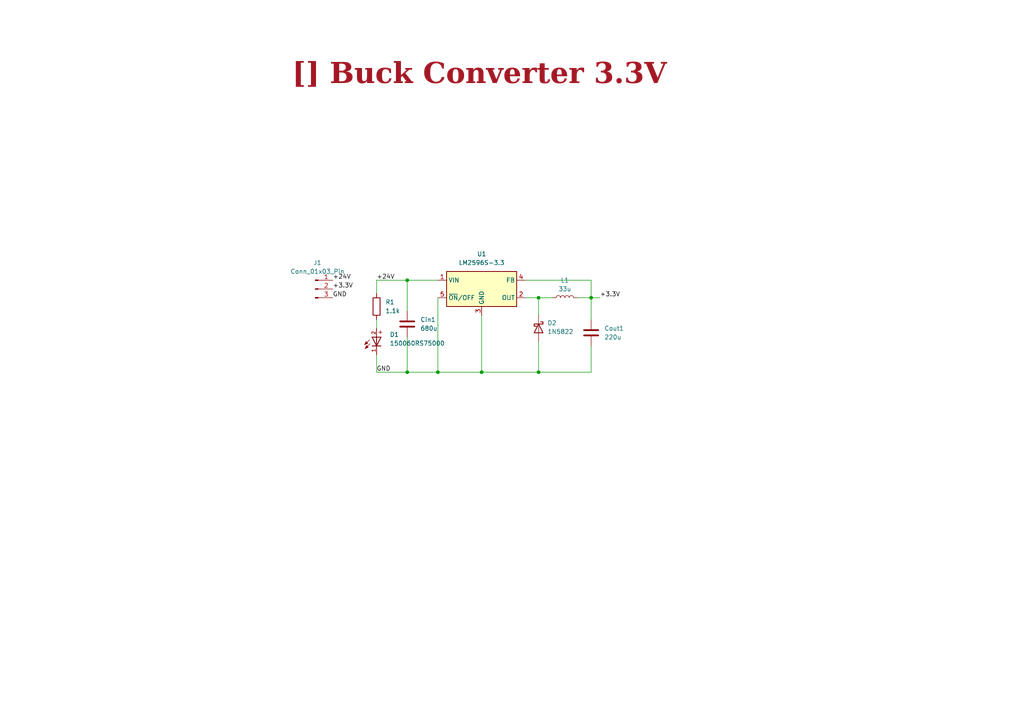
<source format=kicad_sch>
(kicad_sch (version 20231120) (generator "eeschema") (generator_version "8.0")
  (paper "A4")
  (lib_symbols
    (symbol "Connector:Conn_01x03_Pin" (pin_names (offset 1.016) hide)
      (property "Reference" "J" (at 0 5.08 0))
      (property "Value" "Conn_01x03_Pin" (at 0 -5.08 0))
      (symbol "Conn_01x03_Pin_1_1"
        (polyline (pts (xy 1.27 -2.54) (xy 0.8636 -2.54)) (stroke (width 0.1524)))
        (polyline (pts (xy 1.27 0) (xy 0.8636 0)) (stroke (width 0.1524)))
        (polyline (pts (xy 1.27 2.54) (xy 0.8636 2.54)) (stroke (width 0.1524)))
        (rectangle (start 0.8636 -2.413) (end 0 -2.667) (stroke (width 0.1524)) (fill (type outline)))
        (rectangle (start 0.8636 0.127) (end 0 -0.127) (stroke (width 0.1524)) (fill (type outline)))
        (rectangle (start 0.8636 2.667) (end 0 2.413) (stroke (width 0.1524)) (fill (type outline)))
        (pin passive line (at 5.08 2.54 180) (length 3.81) (name "Pin_1") (number "1"))
        (pin passive line (at 5.08 0 180) (length 3.81) (name "Pin_2") (number "2"))
        (pin passive line (at 5.08 -2.54 180) (length 3.81) (name "Pin_3") (number "3"))
      )
    )
    (symbol "Device:C" (pin_numbers hide) (pin_names (offset 0.254))
      (property "Reference" "C" (at 0.635 2.54 0))
      (property "Value" "C" (at 0.635 -2.54 0))
      (symbol "C_0_1"
        (polyline (pts (xy -2.032 -0.762) (xy 2.032 -0.762)) (stroke (width 0.508)))
        (polyline (pts (xy -2.032 0.762) (xy 2.032 0.762)) (stroke (width 0.508)))
      )
      (symbol "C_1_1"
        (pin passive line (at 0 3.81 270) (length 2.794) (name "~") (number "1"))
        (pin passive line (at 0 -3.81 90) (length 2.794) (name "~") (number "2"))
      )
    )
    (symbol "Device:L" (pin_numbers hide) (pin_names (offset 1.016) hide)
      (property "Reference" "L" (at -1.27 0 90))
      (property "Value" "L" (at 1.905 0 90))
      (symbol "L_0_1"
        (arc (start 0 -2.54) (mid 0.6323 -1.905) (end 0 -1.27))
        (arc (start 0 -1.27) (mid 0.6323 -0.635) (end 0 0))
        (arc (start 0 0) (mid 0.6323 0.635) (end 0 1.27))
        (arc (start 0 1.27) (mid 0.6323 1.905) (end 0 2.54))
      )
      (symbol "L_1_1"
        (pin passive line (at 0 3.81 270) (length 1.27) (name "1") (number "1"))
        (pin passive line (at 0 -3.81 90) (length 1.27) (name "2") (number "2"))
      )
    )
    (symbol "Device:R" (pin_numbers hide) (pin_names (offset 0))
      (property "Reference" "R" (at 2.032 0 90))
      (property "Value" "R" (at 0 0 90))
      (symbol "R_0_1"
        (rectangle (start -1.016 -2.54) (end 1.016 2.54) (stroke (width 0.254)))
      )
      (symbol "R_1_1"
        (pin passive line (at 0 3.81 270) (length 1.27) (name "~") (number "1"))
        (pin passive line (at 0 -3.81 90) (length 1.27) (name "~") (number "2"))
      )
    )
    (symbol "Diode:1N5822" (pin_numbers hide) (pin_names (offset 1.016) hide)
      (property "Reference" "D" (at 0 2.54 0))
      (property "Value" "1N5822" (at 0 -2.54 0))
      (symbol "1N5822_0_1"
        (polyline (pts (xy 1.27 0) (xy -1.27 0)))
        (polyline (pts (xy 1.27 1.27) (xy 1.27 -1.27) (xy -1.27 0) (xy 1.27 1.27)) (stroke (width 0.254)))
        (polyline (pts (xy -1.905 0.635) (xy -1.905 1.27) (xy -1.27 1.27) (xy -1.27 -1.27) (xy -0.635 -1.27) (xy -0.635 -0.635)) (stroke (width 0.254)))
      )
      (symbol "1N5822_1_1"
        (pin passive line (at -3.81 0 0) (length 2.54) (name "K") (number "1"))
        (pin passive line (at 3.81 0 180) (length 2.54) (name "A") (number "2"))
      )
    )
    (symbol "Regulator_Switching:LM2596S-3.3"
      (property "Reference" "U" (at -10.16 6.35 0))
      (property "Value" "LM2596S-3.3" (at 0 6.35 0))
      (symbol "LM2596S-3.3_0_1"
        (rectangle (start -10.16 5.08) (end 10.16 -5.08) (stroke (width 0.254)) (fill (type background)))
      )
      (symbol "LM2596S-3.3_1_1"
        (pin power_in line (at -12.7 2.54 0) (length 2.54) (name "VIN") (number "1"))
        (pin output line (at 12.7 -2.54 180) (length 2.54) (name "OUT") (number "2"))
        (pin power_in line (at 0 -7.62 90) (length 2.54) (name "GND") (number "3"))
        (pin input line (at 12.7 2.54 180) (length 2.54) (name "FB") (number "4"))
        (pin input line (at -12.7 -2.54 0) (length 2.54) (name "~{ON}/OFF") (number "5"))
      )
    )
    (symbol "WL-SMCW_0603:WL-SMCW_0603" (pin_names (offset 1.016))
      (property "Reference" "D" (at -1.988 3.972 0))
      (property "Value" "WL-SMCW_0603" (at -2.628 -3.928 0))
      (symbol "WL-SMCW_0603_0_0"
        (polyline (pts (xy 0 -1.27) (xy 0 0)) (stroke (width 0.254)))
        (polyline (pts (xy 0 0) (xy 0 1.27)) (stroke (width 0.254)))
        (polyline (pts (xy 0 0) (xy 2.54 0)) (stroke (width 0.254)))
        (polyline (pts (xy 0 0) (xy 2.54 1.27)) (stroke (width 0.254)))
        (polyline (pts (xy 0.635 1.905) (xy -0.762 3.302)) (stroke (width 0.1524)))
        (polyline (pts (xy 1.778 2.032) (xy 0.381 3.429)) (stroke (width 0.1524)))
        (polyline (pts (xy 2.54 -1.27) (xy 0 0)) (stroke (width 0.254)))
        (polyline (pts (xy 2.54 -1.27) (xy 2.54 0)) (stroke (width 0.254)))
        (polyline (pts (xy 2.54 0) (xy 2.54 1.27)) (stroke (width 0.254)))
        (polyline (pts (xy -0.762 3.302) (xy 0.127 2.921) (xy -0.381 2.413) (xy -0.762 3.302)) (stroke (width 0.1524)) (fill (type outline)))
        (polyline (pts (xy 0.381 3.429) (xy 1.27 3.048) (xy 0.762 2.54) (xy 0.381 3.429)) (stroke (width 0.1524)) (fill (type outline)))
        (text "+" (at 3.08 -1.74 0) (effects (font (size 1.27 1.27)) (justify left bottom)))
        (pin passive line (at -2.54 0 0) (length 2.54) (name "~") (number "1"))
        (pin passive line (at 5.08 0 180) (length 2.54) (name "~") (number "2"))
      )
    )
  )
  (junction (at 156.21 86.36))
  (junction (at 127 107.95))
  (junction (at 156.21 107.95))
  (junction (at 118.11 81.28))
  (junction (at 118.11 107.95))
  (junction (at 139.7 107.95))
  (junction (at 171.45 86.36))
  (wire (pts (xy 139.7 107.95) (xy 156.21 107.95)))
  (wire (pts (xy 167.64 86.36) (xy 171.45 86.36)))
  (wire (pts (xy 139.7 91.44) (xy 139.7 107.95)))
  (wire (pts (xy 171.45 100.33) (xy 171.45 107.95)))
  (wire (pts (xy 156.21 107.95) (xy 171.45 107.95)))
  (wire (pts (xy 109.22 92.71) (xy 109.22 95.25)))
  (wire (pts (xy 127 86.36) (xy 127 107.95)))
  (wire (pts (xy 118.11 81.28) (xy 127 81.28)))
  (wire (pts (xy 156.21 91.44) (xy 156.21 86.36)))
  (wire (pts (xy 109.22 107.95) (xy 118.11 107.95)))
  (wire (pts (xy 118.11 97.79) (xy 118.11 107.95)))
  (wire (pts (xy 171.45 92.71) (xy 171.45 86.36)))
  (wire (pts (xy 109.22 81.28) (xy 118.11 81.28)))
  (wire (pts (xy 152.4 86.36) (xy 156.21 86.36)))
  (wire (pts (xy 171.45 86.36) (xy 173.99 86.36)))
  (wire (pts (xy 118.11 90.17) (xy 118.11 81.28)))
  (wire (pts (xy 109.22 102.87) (xy 109.22 107.95)))
  (wire (pts (xy 127 107.95) (xy 139.7 107.95)))
  (wire (pts (xy 171.45 81.28) (xy 171.45 86.36)))
  (wire (pts (xy 118.11 107.95) (xy 127 107.95)))
  (wire (pts (xy 156.21 86.36) (xy 160.02 86.36)))
  (wire (pts (xy 156.21 99.06) (xy 156.21 107.95)))
  (wire (pts (xy 109.22 81.28) (xy 109.22 85.09)))
  (wire (pts (xy 152.4 81.28) (xy 171.45 81.28)))
  (text_box "[${#}] Buck Converter 3.3V" (at 76.2 17.78 0) (size 125.73 7.62) (stroke (width -0.0001)) (effects (font (size 6 6) (thickness 1.2) (bold yes))))
  (label "GND" (at 96.52 86.36 0))
  (label "+24V" (at 109.22 81.28 0))
  (label "+3.3V" (at 96.52 83.82 0))
  (label "+24V" (at 96.52 81.28 0))
  (label "+3.3V" (at 173.99 86.36 0))
  (label "GND" (at 109.22 107.95 0))
  (symbol (lib_id "Device:C") (at 171.45 96.52 0) (unit 1)
    (property "Reference" "Cout1" (at 175.26 95.2499 0) (effects (justify left)))
    (property "Value" "220u" (at 175.26 97.7899 0) (effects (justify left)))
    (property "Footprint" "footprints:CAP_YX_6P3X11_RUB" (effects (hide yes)))
    (property "Datasheet" "https://www.rubycon.co.jp/wp-content/uploads/catalog-aluminum/YXJ.pdf" (effects (hide yes)))
    (property "Description" "Unpolarized capacitor" (effects (hide yes)))
  )
  (symbol (lib_id "Device:C") (at 118.11 93.98 0) (unit 1)
    (property "Reference" "Cin1" (at 121.92 92.7099 0) (effects (justify left)))
    (property "Value" "680u" (at 121.92 95.2499 0) (effects (justify left)))
    (property "Footprint" "KiCad:CAPAE660X800N" (effects (hide yes)))
    (property "Datasheet" "https://mm.digikey.com/Volume0/opasdata/d220001/medias/docus/935/MZR_Series_DS.pdf" (effects (hide yes)))
    (property "Description" "Unpolarized capacitor" (effects (hide yes)))
  )
  (symbol (lib_id "Device:R") (at 109.22 88.9 0) (unit 1)
    (property "Reference" "R1" (at 111.76 87.6299 0) (effects (justify left)))
    (property "Value" "1.1k" (at 111.76 90.1699 0) (effects (justify left)))
    (property "Footprint" "RMCF0805JT1K10:RESC2012X65N" (effects (hide yes)))
    (property "Datasheet" "https://www.seielect.com/catalog/sei-rmcf_rmcp.pdf" (effects (hide yes)))
    (property "Description" "Resistor" (effects (hide yes)))
  )
  (symbol (lib_id "Device:L") (at 163.83 86.36 90) (unit 1)
    (property "Reference" "L1" (at 163.83 81.28 90))
    (property "Value" "33u" (at 163.83 83.82 90))
    (property "Footprint" "NLCV32T_330K_EF:INDM3225X240N" (effects (hide yes)))
    (property "Datasheet" "https://product.tdk.com/en/system/files?file=dam/doc/product/inductor/inductor/smd/catalog/inductor_commercial_decoupling_nlcv32-ef_en.pdf" (effects (hide yes)))
    (property "Description" "Inductor" (effects (hide yes)))
  )
  (symbol (lib_id "Regulator_Switching:LM2596S-3.3") (at 139.7 83.82 0) (unit 1)
    (property "Reference" "U1" (at 139.7 73.66 0))
    (property "Value" "LM2596S-3.3" (at 139.7 76.2 0))
    (property "Footprint" "Package_TO_SOT_SMD:TO-263-5_TabPin3" (effects (hide yes)))
    (property "Datasheet" "http://www.ti.com/lit/ds/symlink/lm2596.pdf" (effects (hide yes)))
    (property "Description" "3.3V 3A Step-Down Voltage Regulator, TO-263" (effects (hide yes)))
  )
  (symbol (lib_id "Connector:Conn_01x03_Pin") (at 91.44 83.82 0) (unit 1)
    (property "Reference" "J1" (at 92.075 76.2 0))
    (property "Value" "Conn_01x03_Pin" (at 92.075 78.74 0))
    (property "Footprint" "B3B_XH_A:JST_B3B-XH-A" (effects (hide yes)))
    (property "Datasheet" "https://www.jst-mfg.com/product/pdf/eng/eXH.pdf" (effects (hide yes)))
    (property "Description" "Generic connector, single row, 01x03, script generated" (effects (hide yes)))
  )
  (symbol (lib_id "WL-SMCW_0603:WL-SMCW_0603") (at 109.22 100.33 90) (unit 1)
    (property "Reference" "D1" (at 113.03 97.0416 90) (effects (justify right)))
    (property "Value" "150060RS75000" (at 113.03 99.5816 90) (effects (justify right)))
    (property "Footprint" "WL-SMCW_0603:WL-SMCW_0603" (effects (hide yes)))
    (property "Datasheet" "https://www.we-online.com/components/products/datasheet/150060RS75000.pdf" (effects (hide yes)))
    (property "Description" "Light emitting diode" (effects (hide yes)))
  )
  (symbol (lib_id "Diode:1N5822") (at 156.21 95.25 270) (unit 1)
    (property "Reference" "D2" (at 158.75 93.6624 90) (effects (justify left)))
    (property "Value" "1N5822" (at 158.75 96.2024 90) (effects (justify left)))
    (property "Footprint" "Diode_THT:D_DO-201AD_P15.24mm_Horizontal" (effects (hide yes)))
    (property "Datasheet" "http://www.vishay.com/docs/88526/1n5820.pdf" (effects (hide yes)))
    (property "Description" "40V 3A Schottky Barrier Rectifier Diode, DO-201AD" (effects (hide yes)))
  )
)
</source>
